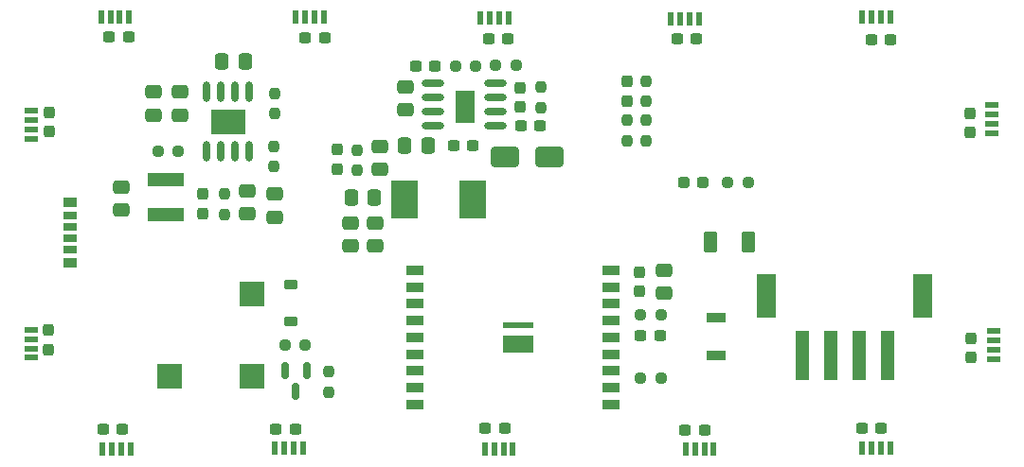
<source format=gbr>
%TF.GenerationSoftware,KiCad,Pcbnew,7.0.5*%
%TF.CreationDate,2024-02-19T22:42:14+08:00*%
%TF.ProjectId,bat_rf,6261745f-7266-42e6-9b69-6361645f7063,rev?*%
%TF.SameCoordinates,Original*%
%TF.FileFunction,Paste,Bot*%
%TF.FilePolarity,Positive*%
%FSLAX46Y46*%
G04 Gerber Fmt 4.6, Leading zero omitted, Abs format (unit mm)*
G04 Created by KiCad (PCBNEW 7.0.5) date 2024-02-19 22:42:14*
%MOMM*%
%LPD*%
G01*
G04 APERTURE LIST*
G04 Aperture macros list*
%AMRoundRect*
0 Rectangle with rounded corners*
0 $1 Rounding radius*
0 $2 $3 $4 $5 $6 $7 $8 $9 X,Y pos of 4 corners*
0 Add a 4 corners polygon primitive as box body*
4,1,4,$2,$3,$4,$5,$6,$7,$8,$9,$2,$3,0*
0 Add four circle primitives for the rounded corners*
1,1,$1+$1,$2,$3*
1,1,$1+$1,$4,$5*
1,1,$1+$1,$6,$7*
1,1,$1+$1,$8,$9*
0 Add four rect primitives between the rounded corners*
20,1,$1+$1,$2,$3,$4,$5,0*
20,1,$1+$1,$4,$5,$6,$7,0*
20,1,$1+$1,$6,$7,$8,$9,0*
20,1,$1+$1,$8,$9,$2,$3,0*%
G04 Aperture macros list end*
%ADD10R,3.300000X1.200000*%
%ADD11RoundRect,0.250000X-0.475000X0.337500X-0.475000X-0.337500X0.475000X-0.337500X0.475000X0.337500X0*%
%ADD12O,0.630000X1.865000*%
%ADD13R,3.100000X2.200000*%
%ADD14RoundRect,0.237500X0.237500X-0.250000X0.237500X0.250000X-0.237500X0.250000X-0.237500X-0.250000X0*%
%ADD15RoundRect,0.237500X0.250000X0.237500X-0.250000X0.237500X-0.250000X-0.237500X0.250000X-0.237500X0*%
%ADD16RoundRect,0.250000X0.475000X-0.337500X0.475000X0.337500X-0.475000X0.337500X-0.475000X-0.337500X0*%
%ADD17RoundRect,0.250000X-0.337500X-0.475000X0.337500X-0.475000X0.337500X0.475000X-0.337500X0.475000X0*%
%ADD18RoundRect,0.237500X-0.237500X0.300000X-0.237500X-0.300000X0.237500X-0.300000X0.237500X0.300000X0*%
%ADD19RoundRect,0.237500X-0.300000X-0.237500X0.300000X-0.237500X0.300000X0.237500X-0.300000X0.237500X0*%
%ADD20RoundRect,0.237500X-0.250000X-0.237500X0.250000X-0.237500X0.250000X0.237500X-0.250000X0.237500X0*%
%ADD21RoundRect,0.237500X0.300000X0.237500X-0.300000X0.237500X-0.300000X-0.237500X0.300000X-0.237500X0*%
%ADD22R,2.195000X2.195000*%
%ADD23R,0.550000X1.200000*%
%ADD24RoundRect,0.237500X0.237500X-0.287500X0.237500X0.287500X-0.237500X0.287500X-0.237500X-0.287500X0*%
%ADD25RoundRect,0.237500X-0.237500X0.250000X-0.237500X-0.250000X0.237500X-0.250000X0.237500X0.250000X0*%
%ADD26RoundRect,0.225000X-0.375000X0.225000X-0.375000X-0.225000X0.375000X-0.225000X0.375000X0.225000X0*%
%ADD27R,1.200000X0.550000*%
%ADD28RoundRect,0.237500X-0.287500X-0.237500X0.287500X-0.237500X0.287500X0.237500X-0.287500X0.237500X0*%
%ADD29RoundRect,0.150000X-0.150000X0.587500X-0.150000X-0.587500X0.150000X-0.587500X0.150000X0.587500X0*%
%ADD30R,1.800000X3.900000*%
%ADD31R,1.300000X4.500000*%
%ADD32R,1.200000X0.900000*%
%ADD33R,1.200000X0.800000*%
%ADD34R,1.200000X0.700000*%
%ADD35R,1.500000X0.900000*%
%ADD36R,2.800000X1.600000*%
%ADD37R,2.800000X0.550000*%
%ADD38RoundRect,0.250000X-0.362500X-0.700000X0.362500X-0.700000X0.362500X0.700000X-0.362500X0.700000X0*%
%ADD39R,2.350000X3.500000*%
%ADD40R,1.700000X0.900000*%
%ADD41R,1.800000X3.000000*%
%ADD42O,2.032000X0.610000*%
%ADD43RoundRect,0.237500X0.237500X-0.300000X0.237500X0.300000X-0.237500X0.300000X-0.237500X-0.300000X0*%
%ADD44RoundRect,0.250000X-1.000000X-0.650000X1.000000X-0.650000X1.000000X0.650000X-1.000000X0.650000X0*%
G04 APERTURE END LIST*
D10*
%TO.C,L2*%
X57050000Y-70074750D03*
X57050000Y-66974750D03*
%TD*%
D11*
%TO.C,C10*%
X58295000Y-59074750D03*
X58295000Y-61149750D03*
%TD*%
D12*
%TO.C,U2*%
X60705000Y-59060750D03*
X61975000Y-59060750D03*
X63245000Y-59060750D03*
X64515000Y-59060750D03*
X64515000Y-64424750D03*
X63245000Y-64424750D03*
X61975000Y-64424750D03*
X60705000Y-64424750D03*
D13*
X62610000Y-61742750D03*
%TD*%
D14*
%TO.C,R18*%
X66745000Y-61024750D03*
X66745000Y-59199750D03*
%TD*%
%TO.C,R3*%
X66695000Y-65787250D03*
X66695000Y-63962250D03*
%TD*%
D15*
%TO.C,R2*%
X58162500Y-64400000D03*
X56337500Y-64400000D03*
%TD*%
D14*
%TO.C,R1*%
X62300000Y-70062500D03*
X62300000Y-68237500D03*
%TD*%
D16*
%TO.C,D2*%
X66750000Y-70287500D03*
X66750000Y-68212500D03*
%TD*%
D17*
%TO.C,C40*%
X62062500Y-56350000D03*
X64137500Y-56350000D03*
%TD*%
D11*
%TO.C,C29*%
X64350000Y-67912500D03*
X64350000Y-69987500D03*
%TD*%
D16*
%TO.C,C28*%
X53070000Y-69664000D03*
X53070000Y-67589000D03*
%TD*%
D18*
%TO.C,C27*%
X60350000Y-68237500D03*
X60350000Y-69962500D03*
%TD*%
D11*
%TO.C,C26*%
X55945000Y-59087250D03*
X55945000Y-61162250D03*
%TD*%
D19*
%TO.C,C36*%
X51402500Y-89275000D03*
X53127500Y-89275000D03*
%TD*%
D20*
%TO.C,R4*%
X99452500Y-79075000D03*
X101277500Y-79075000D03*
%TD*%
D11*
%TO.C,C3*%
X76127000Y-63964500D03*
X76127000Y-66039500D03*
%TD*%
D21*
%TO.C,C19*%
X90495500Y-62148000D03*
X88770500Y-62148000D03*
%TD*%
D22*
%TO.C,BZ1*%
X57369724Y-84557500D03*
X64769724Y-84557500D03*
X64769724Y-77157500D03*
%TD*%
D21*
%TO.C,C15*%
X71232500Y-54200000D03*
X69507500Y-54200000D03*
%TD*%
D23*
%TO.C,LED11*%
X71160000Y-52400000D03*
X70320000Y-52400000D03*
X69480000Y-52400000D03*
X68640000Y-52400000D03*
%TD*%
D18*
%TO.C,C25*%
X46500000Y-80437500D03*
X46500000Y-82162500D03*
%TD*%
D24*
%TO.C,D14*%
X72327000Y-65977000D03*
X72327000Y-64227000D03*
%TD*%
D17*
%TO.C,C2*%
X73589500Y-68502000D03*
X75664500Y-68502000D03*
%TD*%
D25*
%TO.C,R9*%
X98245000Y-61608767D03*
X98245000Y-63433767D03*
%TD*%
D14*
%TO.C,R17*%
X74127000Y-66114500D03*
X74127000Y-64289500D03*
%TD*%
D26*
%TO.C,D5*%
X68169724Y-76307500D03*
X68169724Y-79607500D03*
%TD*%
D27*
%TO.C,LED1*%
X130900000Y-62760000D03*
X130900000Y-61920000D03*
X130900000Y-61080000D03*
X130900000Y-60240000D03*
%TD*%
D28*
%TO.C,D13*%
X103315000Y-67175000D03*
X105065000Y-67175000D03*
%TD*%
D27*
%TO.C,LED2*%
X131000000Y-82980000D03*
X131000000Y-82140000D03*
X131000000Y-81300000D03*
X131000000Y-80460000D03*
%TD*%
D29*
%TO.C,Q1*%
X67719724Y-84020000D03*
X69619724Y-84020000D03*
X68669724Y-85895000D03*
%TD*%
D14*
%TO.C,R7*%
X71569724Y-85970000D03*
X71569724Y-84145000D03*
%TD*%
D20*
%TO.C,R6*%
X67657224Y-81757500D03*
X69482224Y-81757500D03*
%TD*%
D11*
%TO.C,C20*%
X101565000Y-75037500D03*
X101565000Y-77112500D03*
%TD*%
D23*
%TO.C,LED4*%
X103485000Y-91075000D03*
X104325000Y-91075000D03*
X105165000Y-91075000D03*
X106005000Y-91075000D03*
%TD*%
D15*
%TO.C,R16*%
X88339500Y-56702000D03*
X86514500Y-56702000D03*
%TD*%
D21*
%TO.C,C14*%
X121795000Y-54365000D03*
X120070000Y-54365000D03*
%TD*%
D19*
%TO.C,C22*%
X99465000Y-80875000D03*
X101190000Y-80875000D03*
%TD*%
D15*
%TO.C,R13*%
X109077500Y-67205000D03*
X107252500Y-67205000D03*
%TD*%
D27*
%TO.C,LED13*%
X45000000Y-60760000D03*
X45000000Y-61600000D03*
X45000000Y-62440000D03*
X45000000Y-63280000D03*
%TD*%
D19*
%TO.C,C18*%
X79370500Y-56748000D03*
X81095500Y-56748000D03*
%TD*%
D16*
%TO.C,C16*%
X78433000Y-60685500D03*
X78433000Y-58610500D03*
%TD*%
D17*
%TO.C,C4*%
X78389500Y-63902000D03*
X80464500Y-63902000D03*
%TD*%
D21*
%TO.C,C23*%
X53695000Y-54125000D03*
X51970000Y-54125000D03*
%TD*%
D23*
%TO.C,LED7*%
X51385000Y-91075000D03*
X52225000Y-91075000D03*
X53065000Y-91075000D03*
X53905000Y-91075000D03*
%TD*%
D30*
%TO.C,J2*%
X110689000Y-77325000D03*
X124711000Y-77325000D03*
D31*
X113891000Y-82675000D03*
X116431000Y-82675000D03*
X118971000Y-82675000D03*
X121511000Y-82675000D03*
%TD*%
D32*
%TO.C,J1*%
X48480000Y-74425000D03*
D33*
X48480000Y-73195000D03*
D34*
X48480000Y-71175000D03*
D32*
X48480000Y-68925000D03*
D33*
X48480000Y-70155000D03*
D34*
X48480000Y-72175000D03*
%TD*%
D18*
%TO.C,C21*%
X99365000Y-75212500D03*
X99365000Y-76937500D03*
%TD*%
D19*
%TO.C,C34*%
X85580000Y-89175000D03*
X87305000Y-89175000D03*
%TD*%
D35*
%TO.C,U3*%
X96818452Y-75055000D03*
X96818452Y-76555000D03*
X96818452Y-78055000D03*
X96818452Y-79555000D03*
X96818452Y-81055000D03*
X96818452Y-82555000D03*
X96818452Y-84055000D03*
X96818452Y-85555000D03*
X96818452Y-87055000D03*
X79318452Y-87055000D03*
X79318452Y-85555000D03*
X79318452Y-84055000D03*
X79318452Y-82555000D03*
X79318452Y-81055000D03*
X79318452Y-79555000D03*
X79318452Y-78055000D03*
X79318452Y-76555000D03*
X79318452Y-75055000D03*
D36*
X88538452Y-81685000D03*
D37*
X88538452Y-79960000D03*
%TD*%
D27*
%TO.C,LED14*%
X44995000Y-80372500D03*
X44995000Y-81212500D03*
X44995000Y-82052500D03*
X44995000Y-82892500D03*
%TD*%
D23*
%TO.C,LED6*%
X66805000Y-90975000D03*
X67645000Y-90975000D03*
X68485000Y-90975000D03*
X69325000Y-90975000D03*
%TD*%
D16*
%TO.C,C1*%
X73527000Y-72877000D03*
X73527000Y-70802000D03*
%TD*%
D19*
%TO.C,C17*%
X82770500Y-63848000D03*
X84495500Y-63848000D03*
%TD*%
%TO.C,C33*%
X103442500Y-89375000D03*
X105167500Y-89375000D03*
%TD*%
D38*
%TO.C,FB1*%
X105737500Y-72500000D03*
X109062500Y-72500000D03*
%TD*%
D16*
%TO.C,C39*%
X75727000Y-72877000D03*
X75727000Y-70802000D03*
%TD*%
D19*
%TO.C,C35*%
X66882500Y-89275000D03*
X68607500Y-89275000D03*
%TD*%
%TO.C,C32*%
X119262500Y-89175000D03*
X120987500Y-89175000D03*
%TD*%
D21*
%TO.C,C6*%
X104457500Y-54325000D03*
X102732500Y-54325000D03*
%TD*%
D39*
%TO.C,L3*%
X84462000Y-68702000D03*
X78392000Y-68702000D03*
%TD*%
D21*
%TO.C,C5*%
X87587500Y-54280000D03*
X85862500Y-54280000D03*
%TD*%
D40*
%TO.C,SW2*%
X106200000Y-79300000D03*
X106200000Y-82700000D03*
%TD*%
D25*
%TO.C,R8*%
X90533000Y-58635500D03*
X90533000Y-60460500D03*
%TD*%
D23*
%TO.C,LED12*%
X53760000Y-52400000D03*
X52920000Y-52400000D03*
X52080000Y-52400000D03*
X51240000Y-52400000D03*
%TD*%
D20*
%TO.C,R5*%
X99452500Y-84700000D03*
X101277500Y-84700000D03*
%TD*%
D25*
%TO.C,R10*%
X99945000Y-58108767D03*
X99945000Y-59933767D03*
%TD*%
D18*
%TO.C,C38*%
X88733000Y-58685500D03*
X88733000Y-60410500D03*
%TD*%
D23*
%TO.C,LED3*%
X119285000Y-90975000D03*
X120125000Y-90975000D03*
X120965000Y-90975000D03*
X121805000Y-90975000D03*
%TD*%
D18*
%TO.C,C24*%
X46600000Y-60907500D03*
X46600000Y-62632500D03*
%TD*%
D41*
%TO.C,U1*%
X83765000Y-60375000D03*
D42*
X86527000Y-62142000D03*
X86527000Y-60872000D03*
X86527000Y-59602000D03*
X86527000Y-58332000D03*
X80939000Y-58332000D03*
X80939000Y-59602000D03*
X80939000Y-60872000D03*
X80939000Y-62142000D03*
%TD*%
D43*
%TO.C,C30*%
X128900000Y-62742500D03*
X128900000Y-61017500D03*
%TD*%
D23*
%TO.C,LED10*%
X121760000Y-52400000D03*
X120920000Y-52400000D03*
X120080000Y-52400000D03*
X119240000Y-52400000D03*
%TD*%
D14*
%TO.C,R14*%
X99945000Y-63433767D03*
X99945000Y-61608767D03*
%TD*%
D43*
%TO.C,C31*%
X129000000Y-82862500D03*
X129000000Y-81137500D03*
%TD*%
D15*
%TO.C,R15*%
X84739500Y-56802000D03*
X82914500Y-56802000D03*
%TD*%
D44*
%TO.C,D12*%
X87300000Y-64900000D03*
X91300000Y-64900000D03*
%TD*%
D23*
%TO.C,LED8*%
X87645000Y-52480000D03*
X86805000Y-52480000D03*
X85965000Y-52480000D03*
X85125000Y-52480000D03*
%TD*%
D43*
%TO.C,C37*%
X98245000Y-59883767D03*
X98245000Y-58158767D03*
%TD*%
D23*
%TO.C,LED9*%
X104660000Y-52500000D03*
X103820000Y-52500000D03*
X102980000Y-52500000D03*
X102140000Y-52500000D03*
%TD*%
%TO.C,LED5*%
X85540000Y-91075000D03*
X86380000Y-91075000D03*
X87220000Y-91075000D03*
X88060000Y-91075000D03*
%TD*%
M02*

</source>
